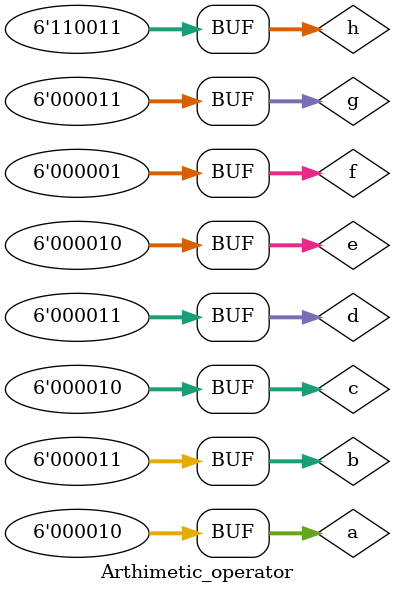
<source format=sv>
module Arthimetic_operator();
  
  
  reg signed [5:0] a,b,c,d,e,f,g,h;

  
  initial 
    begin 

      
        a=2'b10;
  #1    b=2'b11;
  #1    c=2'b10;
  #1    d=2'b11;
  #1    e=2'b10;
  #1    f=2'b01;
  #1    g=2'b11;
  
      
  #2   h=(a+b-c*d**e);
      
      
      $monitor("a=%d,b=%d,c=%d,d=%d,e=%d,f=%d,g=%d,h=%d",a,b,c,d,e,f,g,h,$time);
      
    end 
  
  initial 
    begin 
      
      $dumpfile("dump.vcd");
      $dumpvars();
      
    end 
  
 
  
endmodule

</source>
